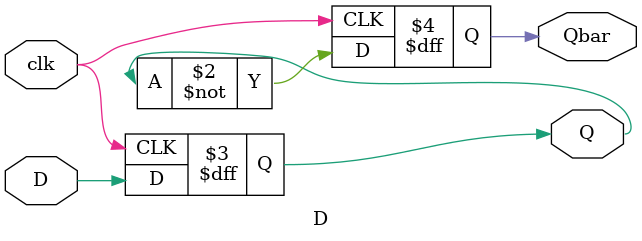
<source format=v>
`timescale 1ns / 1ps


module D(
    input D,clk,
    output reg Q,Qbar
    );
    
    always @(posedge clk)
    begin
        Q <= D;
        Qbar <= ~Q;
    end
endmodule

</source>
